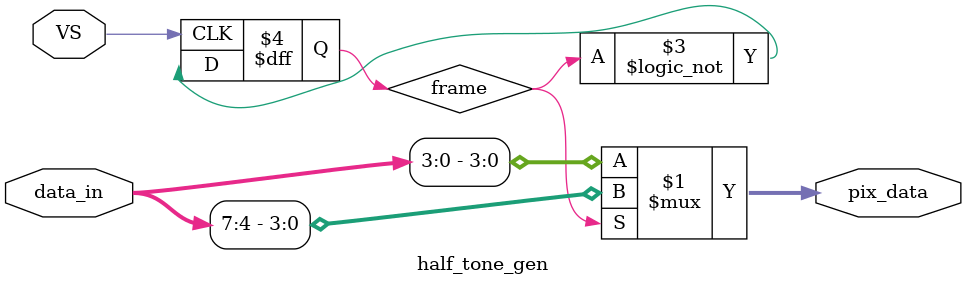
<source format=v>
module half_tone_gen (data_in, VS, pix_data);

input [7:0] data_in;
input VS;
output [3:0] pix_data;
reg frame;

assign pix_data = (frame) ? data_in[7:4] : data_in[3:0];

always @(posedge VS) begin
	frame <= !frame;
end

endmodule
</source>
